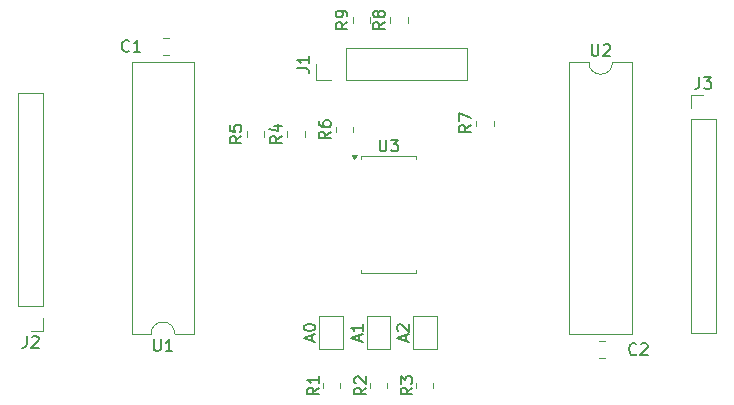
<source format=gbr>
%TF.GenerationSoftware,KiCad,Pcbnew,8.0.4*%
%TF.CreationDate,2024-10-03T18:10:01-05:00*%
%TF.ProjectId,Haptics PWM module,48617074-6963-4732-9050-574d206d6f64,rev?*%
%TF.SameCoordinates,Original*%
%TF.FileFunction,Legend,Top*%
%TF.FilePolarity,Positive*%
%FSLAX46Y46*%
G04 Gerber Fmt 4.6, Leading zero omitted, Abs format (unit mm)*
G04 Created by KiCad (PCBNEW 8.0.4) date 2024-10-03 18:10:01*
%MOMM*%
%LPD*%
G01*
G04 APERTURE LIST*
%ADD10C,0.150000*%
%ADD11C,0.120000*%
G04 APERTURE END LIST*
D10*
X97943275Y-64709333D02*
X97467084Y-65042666D01*
X97943275Y-65280761D02*
X96943275Y-65280761D01*
X96943275Y-65280761D02*
X96943275Y-64899809D01*
X96943275Y-64899809D02*
X96990894Y-64804571D01*
X96990894Y-64804571D02*
X97038513Y-64756952D01*
X97038513Y-64756952D02*
X97133751Y-64709333D01*
X97133751Y-64709333D02*
X97276608Y-64709333D01*
X97276608Y-64709333D02*
X97371846Y-64756952D01*
X97371846Y-64756952D02*
X97419465Y-64804571D01*
X97419465Y-64804571D02*
X97467084Y-64899809D01*
X97467084Y-64899809D02*
X97467084Y-65280761D01*
X96943275Y-63852190D02*
X96943275Y-64042666D01*
X96943275Y-64042666D02*
X96990894Y-64137904D01*
X96990894Y-64137904D02*
X97038513Y-64185523D01*
X97038513Y-64185523D02*
X97181370Y-64280761D01*
X97181370Y-64280761D02*
X97371846Y-64328380D01*
X97371846Y-64328380D02*
X97752798Y-64328380D01*
X97752798Y-64328380D02*
X97848036Y-64280761D01*
X97848036Y-64280761D02*
X97895656Y-64233142D01*
X97895656Y-64233142D02*
X97943275Y-64137904D01*
X97943275Y-64137904D02*
X97943275Y-63947428D01*
X97943275Y-63947428D02*
X97895656Y-63852190D01*
X97895656Y-63852190D02*
X97848036Y-63804571D01*
X97848036Y-63804571D02*
X97752798Y-63756952D01*
X97752798Y-63756952D02*
X97514703Y-63756952D01*
X97514703Y-63756952D02*
X97419465Y-63804571D01*
X97419465Y-63804571D02*
X97371846Y-63852190D01*
X97371846Y-63852190D02*
X97324227Y-63947428D01*
X97324227Y-63947428D02*
X97324227Y-64137904D01*
X97324227Y-64137904D02*
X97371846Y-64233142D01*
X97371846Y-64233142D02*
X97419465Y-64280761D01*
X97419465Y-64280761D02*
X97514703Y-64328380D01*
X90396595Y-65091029D02*
X89920404Y-65424362D01*
X90396595Y-65662457D02*
X89396595Y-65662457D01*
X89396595Y-65662457D02*
X89396595Y-65281505D01*
X89396595Y-65281505D02*
X89444214Y-65186267D01*
X89444214Y-65186267D02*
X89491833Y-65138648D01*
X89491833Y-65138648D02*
X89587071Y-65091029D01*
X89587071Y-65091029D02*
X89729928Y-65091029D01*
X89729928Y-65091029D02*
X89825166Y-65138648D01*
X89825166Y-65138648D02*
X89872785Y-65186267D01*
X89872785Y-65186267D02*
X89920404Y-65281505D01*
X89920404Y-65281505D02*
X89920404Y-65662457D01*
X89396595Y-64186267D02*
X89396595Y-64662457D01*
X89396595Y-64662457D02*
X89872785Y-64710076D01*
X89872785Y-64710076D02*
X89825166Y-64662457D01*
X89825166Y-64662457D02*
X89777547Y-64567219D01*
X89777547Y-64567219D02*
X89777547Y-64329124D01*
X89777547Y-64329124D02*
X89825166Y-64233886D01*
X89825166Y-64233886D02*
X89872785Y-64186267D01*
X89872785Y-64186267D02*
X89968023Y-64138648D01*
X89968023Y-64138648D02*
X90206118Y-64138648D01*
X90206118Y-64138648D02*
X90301356Y-64186267D01*
X90301356Y-64186267D02*
X90348976Y-64233886D01*
X90348976Y-64233886D02*
X90396595Y-64329124D01*
X90396595Y-64329124D02*
X90396595Y-64567219D01*
X90396595Y-64567219D02*
X90348976Y-64662457D01*
X90348976Y-64662457D02*
X90301356Y-64710076D01*
X93804819Y-65079166D02*
X93328628Y-65412499D01*
X93804819Y-65650594D02*
X92804819Y-65650594D01*
X92804819Y-65650594D02*
X92804819Y-65269642D01*
X92804819Y-65269642D02*
X92852438Y-65174404D01*
X92852438Y-65174404D02*
X92900057Y-65126785D01*
X92900057Y-65126785D02*
X92995295Y-65079166D01*
X92995295Y-65079166D02*
X93138152Y-65079166D01*
X93138152Y-65079166D02*
X93233390Y-65126785D01*
X93233390Y-65126785D02*
X93281009Y-65174404D01*
X93281009Y-65174404D02*
X93328628Y-65269642D01*
X93328628Y-65269642D02*
X93328628Y-65650594D01*
X93138152Y-64222023D02*
X93804819Y-64222023D01*
X92757200Y-64460118D02*
X93471485Y-64698213D01*
X93471485Y-64698213D02*
X93471485Y-64079166D01*
X102100595Y-65379819D02*
X102100595Y-66189342D01*
X102100595Y-66189342D02*
X102148214Y-66284580D01*
X102148214Y-66284580D02*
X102195833Y-66332200D01*
X102195833Y-66332200D02*
X102291071Y-66379819D01*
X102291071Y-66379819D02*
X102481547Y-66379819D01*
X102481547Y-66379819D02*
X102576785Y-66332200D01*
X102576785Y-66332200D02*
X102624404Y-66284580D01*
X102624404Y-66284580D02*
X102672023Y-66189342D01*
X102672023Y-66189342D02*
X102672023Y-65379819D01*
X103052976Y-65379819D02*
X103672023Y-65379819D01*
X103672023Y-65379819D02*
X103338690Y-65760771D01*
X103338690Y-65760771D02*
X103481547Y-65760771D01*
X103481547Y-65760771D02*
X103576785Y-65808390D01*
X103576785Y-65808390D02*
X103624404Y-65856009D01*
X103624404Y-65856009D02*
X103672023Y-65951247D01*
X103672023Y-65951247D02*
X103672023Y-66189342D01*
X103672023Y-66189342D02*
X103624404Y-66284580D01*
X103624404Y-66284580D02*
X103576785Y-66332200D01*
X103576785Y-66332200D02*
X103481547Y-66379819D01*
X103481547Y-66379819D02*
X103195833Y-66379819D01*
X103195833Y-66379819D02*
X103100595Y-66332200D01*
X103100595Y-66332200D02*
X103052976Y-66284580D01*
X120048095Y-57304819D02*
X120048095Y-58114342D01*
X120048095Y-58114342D02*
X120095714Y-58209580D01*
X120095714Y-58209580D02*
X120143333Y-58257200D01*
X120143333Y-58257200D02*
X120238571Y-58304819D01*
X120238571Y-58304819D02*
X120429047Y-58304819D01*
X120429047Y-58304819D02*
X120524285Y-58257200D01*
X120524285Y-58257200D02*
X120571904Y-58209580D01*
X120571904Y-58209580D02*
X120619523Y-58114342D01*
X120619523Y-58114342D02*
X120619523Y-57304819D01*
X121048095Y-57400057D02*
X121095714Y-57352438D01*
X121095714Y-57352438D02*
X121190952Y-57304819D01*
X121190952Y-57304819D02*
X121429047Y-57304819D01*
X121429047Y-57304819D02*
X121524285Y-57352438D01*
X121524285Y-57352438D02*
X121571904Y-57400057D01*
X121571904Y-57400057D02*
X121619523Y-57495295D01*
X121619523Y-57495295D02*
X121619523Y-57590533D01*
X121619523Y-57590533D02*
X121571904Y-57733390D01*
X121571904Y-57733390D02*
X121000476Y-58304819D01*
X121000476Y-58304819D02*
X121619523Y-58304819D01*
X82978095Y-82284819D02*
X82978095Y-83094342D01*
X82978095Y-83094342D02*
X83025714Y-83189580D01*
X83025714Y-83189580D02*
X83073333Y-83237200D01*
X83073333Y-83237200D02*
X83168571Y-83284819D01*
X83168571Y-83284819D02*
X83359047Y-83284819D01*
X83359047Y-83284819D02*
X83454285Y-83237200D01*
X83454285Y-83237200D02*
X83501904Y-83189580D01*
X83501904Y-83189580D02*
X83549523Y-83094342D01*
X83549523Y-83094342D02*
X83549523Y-82284819D01*
X84549523Y-83284819D02*
X83978095Y-83284819D01*
X84263809Y-83284819D02*
X84263809Y-82284819D01*
X84263809Y-82284819D02*
X84168571Y-82427676D01*
X84168571Y-82427676D02*
X84073333Y-82522914D01*
X84073333Y-82522914D02*
X83978095Y-82570533D01*
X99362575Y-55425911D02*
X98886384Y-55759244D01*
X99362575Y-55997339D02*
X98362575Y-55997339D01*
X98362575Y-55997339D02*
X98362575Y-55616387D01*
X98362575Y-55616387D02*
X98410194Y-55521149D01*
X98410194Y-55521149D02*
X98457813Y-55473530D01*
X98457813Y-55473530D02*
X98553051Y-55425911D01*
X98553051Y-55425911D02*
X98695908Y-55425911D01*
X98695908Y-55425911D02*
X98791146Y-55473530D01*
X98791146Y-55473530D02*
X98838765Y-55521149D01*
X98838765Y-55521149D02*
X98886384Y-55616387D01*
X98886384Y-55616387D02*
X98886384Y-55997339D01*
X99362575Y-54949720D02*
X99362575Y-54759244D01*
X99362575Y-54759244D02*
X99314956Y-54664006D01*
X99314956Y-54664006D02*
X99267336Y-54616387D01*
X99267336Y-54616387D02*
X99124479Y-54521149D01*
X99124479Y-54521149D02*
X98934003Y-54473530D01*
X98934003Y-54473530D02*
X98553051Y-54473530D01*
X98553051Y-54473530D02*
X98457813Y-54521149D01*
X98457813Y-54521149D02*
X98410194Y-54568768D01*
X98410194Y-54568768D02*
X98362575Y-54664006D01*
X98362575Y-54664006D02*
X98362575Y-54854482D01*
X98362575Y-54854482D02*
X98410194Y-54949720D01*
X98410194Y-54949720D02*
X98457813Y-54997339D01*
X98457813Y-54997339D02*
X98553051Y-55044958D01*
X98553051Y-55044958D02*
X98791146Y-55044958D01*
X98791146Y-55044958D02*
X98886384Y-54997339D01*
X98886384Y-54997339D02*
X98934003Y-54949720D01*
X98934003Y-54949720D02*
X98981622Y-54854482D01*
X98981622Y-54854482D02*
X98981622Y-54664006D01*
X98981622Y-54664006D02*
X98934003Y-54568768D01*
X98934003Y-54568768D02*
X98886384Y-54521149D01*
X98886384Y-54521149D02*
X98791146Y-54473530D01*
X102545075Y-55425911D02*
X102068884Y-55759244D01*
X102545075Y-55997339D02*
X101545075Y-55997339D01*
X101545075Y-55997339D02*
X101545075Y-55616387D01*
X101545075Y-55616387D02*
X101592694Y-55521149D01*
X101592694Y-55521149D02*
X101640313Y-55473530D01*
X101640313Y-55473530D02*
X101735551Y-55425911D01*
X101735551Y-55425911D02*
X101878408Y-55425911D01*
X101878408Y-55425911D02*
X101973646Y-55473530D01*
X101973646Y-55473530D02*
X102021265Y-55521149D01*
X102021265Y-55521149D02*
X102068884Y-55616387D01*
X102068884Y-55616387D02*
X102068884Y-55997339D01*
X101973646Y-54854482D02*
X101926027Y-54949720D01*
X101926027Y-54949720D02*
X101878408Y-54997339D01*
X101878408Y-54997339D02*
X101783170Y-55044958D01*
X101783170Y-55044958D02*
X101735551Y-55044958D01*
X101735551Y-55044958D02*
X101640313Y-54997339D01*
X101640313Y-54997339D02*
X101592694Y-54949720D01*
X101592694Y-54949720D02*
X101545075Y-54854482D01*
X101545075Y-54854482D02*
X101545075Y-54664006D01*
X101545075Y-54664006D02*
X101592694Y-54568768D01*
X101592694Y-54568768D02*
X101640313Y-54521149D01*
X101640313Y-54521149D02*
X101735551Y-54473530D01*
X101735551Y-54473530D02*
X101783170Y-54473530D01*
X101783170Y-54473530D02*
X101878408Y-54521149D01*
X101878408Y-54521149D02*
X101926027Y-54568768D01*
X101926027Y-54568768D02*
X101973646Y-54664006D01*
X101973646Y-54664006D02*
X101973646Y-54854482D01*
X101973646Y-54854482D02*
X102021265Y-54949720D01*
X102021265Y-54949720D02*
X102068884Y-54997339D01*
X102068884Y-54997339D02*
X102164122Y-55044958D01*
X102164122Y-55044958D02*
X102354598Y-55044958D01*
X102354598Y-55044958D02*
X102449836Y-54997339D01*
X102449836Y-54997339D02*
X102497456Y-54949720D01*
X102497456Y-54949720D02*
X102545075Y-54854482D01*
X102545075Y-54854482D02*
X102545075Y-54664006D01*
X102545075Y-54664006D02*
X102497456Y-54568768D01*
X102497456Y-54568768D02*
X102449836Y-54521149D01*
X102449836Y-54521149D02*
X102354598Y-54473530D01*
X102354598Y-54473530D02*
X102164122Y-54473530D01*
X102164122Y-54473530D02*
X102068884Y-54521149D01*
X102068884Y-54521149D02*
X102021265Y-54568768D01*
X102021265Y-54568768D02*
X101973646Y-54664006D01*
X109804819Y-64166666D02*
X109328628Y-64499999D01*
X109804819Y-64738094D02*
X108804819Y-64738094D01*
X108804819Y-64738094D02*
X108804819Y-64357142D01*
X108804819Y-64357142D02*
X108852438Y-64261904D01*
X108852438Y-64261904D02*
X108900057Y-64214285D01*
X108900057Y-64214285D02*
X108995295Y-64166666D01*
X108995295Y-64166666D02*
X109138152Y-64166666D01*
X109138152Y-64166666D02*
X109233390Y-64214285D01*
X109233390Y-64214285D02*
X109281009Y-64261904D01*
X109281009Y-64261904D02*
X109328628Y-64357142D01*
X109328628Y-64357142D02*
X109328628Y-64738094D01*
X108804819Y-63833332D02*
X108804819Y-63166666D01*
X108804819Y-63166666D02*
X109804819Y-63595237D01*
X104871955Y-86393739D02*
X104395764Y-86727072D01*
X104871955Y-86965167D02*
X103871955Y-86965167D01*
X103871955Y-86965167D02*
X103871955Y-86584215D01*
X103871955Y-86584215D02*
X103919574Y-86488977D01*
X103919574Y-86488977D02*
X103967193Y-86441358D01*
X103967193Y-86441358D02*
X104062431Y-86393739D01*
X104062431Y-86393739D02*
X104205288Y-86393739D01*
X104205288Y-86393739D02*
X104300526Y-86441358D01*
X104300526Y-86441358D02*
X104348145Y-86488977D01*
X104348145Y-86488977D02*
X104395764Y-86584215D01*
X104395764Y-86584215D02*
X104395764Y-86965167D01*
X103871955Y-86060405D02*
X103871955Y-85441358D01*
X103871955Y-85441358D02*
X104252907Y-85774691D01*
X104252907Y-85774691D02*
X104252907Y-85631834D01*
X104252907Y-85631834D02*
X104300526Y-85536596D01*
X104300526Y-85536596D02*
X104348145Y-85488977D01*
X104348145Y-85488977D02*
X104443383Y-85441358D01*
X104443383Y-85441358D02*
X104681478Y-85441358D01*
X104681478Y-85441358D02*
X104776716Y-85488977D01*
X104776716Y-85488977D02*
X104824336Y-85536596D01*
X104824336Y-85536596D02*
X104871955Y-85631834D01*
X104871955Y-85631834D02*
X104871955Y-85917548D01*
X104871955Y-85917548D02*
X104824336Y-86012786D01*
X104824336Y-86012786D02*
X104776716Y-86060405D01*
X100954819Y-86391666D02*
X100478628Y-86724999D01*
X100954819Y-86963094D02*
X99954819Y-86963094D01*
X99954819Y-86963094D02*
X99954819Y-86582142D01*
X99954819Y-86582142D02*
X100002438Y-86486904D01*
X100002438Y-86486904D02*
X100050057Y-86439285D01*
X100050057Y-86439285D02*
X100145295Y-86391666D01*
X100145295Y-86391666D02*
X100288152Y-86391666D01*
X100288152Y-86391666D02*
X100383390Y-86439285D01*
X100383390Y-86439285D02*
X100431009Y-86486904D01*
X100431009Y-86486904D02*
X100478628Y-86582142D01*
X100478628Y-86582142D02*
X100478628Y-86963094D01*
X100050057Y-86010713D02*
X100002438Y-85963094D01*
X100002438Y-85963094D02*
X99954819Y-85867856D01*
X99954819Y-85867856D02*
X99954819Y-85629761D01*
X99954819Y-85629761D02*
X100002438Y-85534523D01*
X100002438Y-85534523D02*
X100050057Y-85486904D01*
X100050057Y-85486904D02*
X100145295Y-85439285D01*
X100145295Y-85439285D02*
X100240533Y-85439285D01*
X100240533Y-85439285D02*
X100383390Y-85486904D01*
X100383390Y-85486904D02*
X100954819Y-86058332D01*
X100954819Y-86058332D02*
X100954819Y-85439285D01*
X96954819Y-86391666D02*
X96478628Y-86724999D01*
X96954819Y-86963094D02*
X95954819Y-86963094D01*
X95954819Y-86963094D02*
X95954819Y-86582142D01*
X95954819Y-86582142D02*
X96002438Y-86486904D01*
X96002438Y-86486904D02*
X96050057Y-86439285D01*
X96050057Y-86439285D02*
X96145295Y-86391666D01*
X96145295Y-86391666D02*
X96288152Y-86391666D01*
X96288152Y-86391666D02*
X96383390Y-86439285D01*
X96383390Y-86439285D02*
X96431009Y-86486904D01*
X96431009Y-86486904D02*
X96478628Y-86582142D01*
X96478628Y-86582142D02*
X96478628Y-86963094D01*
X96954819Y-85439285D02*
X96954819Y-86010713D01*
X96954819Y-85724999D02*
X95954819Y-85724999D01*
X95954819Y-85724999D02*
X96097676Y-85820237D01*
X96097676Y-85820237D02*
X96192914Y-85915475D01*
X96192914Y-85915475D02*
X96240533Y-86010713D01*
X129166666Y-60074819D02*
X129166666Y-60789104D01*
X129166666Y-60789104D02*
X129119047Y-60931961D01*
X129119047Y-60931961D02*
X129023809Y-61027200D01*
X129023809Y-61027200D02*
X128880952Y-61074819D01*
X128880952Y-61074819D02*
X128785714Y-61074819D01*
X129547619Y-60074819D02*
X130166666Y-60074819D01*
X130166666Y-60074819D02*
X129833333Y-60455771D01*
X129833333Y-60455771D02*
X129976190Y-60455771D01*
X129976190Y-60455771D02*
X130071428Y-60503390D01*
X130071428Y-60503390D02*
X130119047Y-60551009D01*
X130119047Y-60551009D02*
X130166666Y-60646247D01*
X130166666Y-60646247D02*
X130166666Y-60884342D01*
X130166666Y-60884342D02*
X130119047Y-60979580D01*
X130119047Y-60979580D02*
X130071428Y-61027200D01*
X130071428Y-61027200D02*
X129976190Y-61074819D01*
X129976190Y-61074819D02*
X129690476Y-61074819D01*
X129690476Y-61074819D02*
X129595238Y-61027200D01*
X129595238Y-61027200D02*
X129547619Y-60979580D01*
X72216666Y-82014819D02*
X72216666Y-82729104D01*
X72216666Y-82729104D02*
X72169047Y-82871961D01*
X72169047Y-82871961D02*
X72073809Y-82967200D01*
X72073809Y-82967200D02*
X71930952Y-83014819D01*
X71930952Y-83014819D02*
X71835714Y-83014819D01*
X72645238Y-82110057D02*
X72692857Y-82062438D01*
X72692857Y-82062438D02*
X72788095Y-82014819D01*
X72788095Y-82014819D02*
X73026190Y-82014819D01*
X73026190Y-82014819D02*
X73121428Y-82062438D01*
X73121428Y-82062438D02*
X73169047Y-82110057D01*
X73169047Y-82110057D02*
X73216666Y-82205295D01*
X73216666Y-82205295D02*
X73216666Y-82300533D01*
X73216666Y-82300533D02*
X73169047Y-82443390D01*
X73169047Y-82443390D02*
X72597619Y-83014819D01*
X72597619Y-83014819D02*
X73216666Y-83014819D01*
X95124819Y-59333333D02*
X95839104Y-59333333D01*
X95839104Y-59333333D02*
X95981961Y-59380952D01*
X95981961Y-59380952D02*
X96077200Y-59476190D01*
X96077200Y-59476190D02*
X96124819Y-59619047D01*
X96124819Y-59619047D02*
X96124819Y-59714285D01*
X96124819Y-58333333D02*
X96124819Y-58904761D01*
X96124819Y-58619047D02*
X95124819Y-58619047D01*
X95124819Y-58619047D02*
X95267676Y-58714285D01*
X95267676Y-58714285D02*
X95362914Y-58809523D01*
X95362914Y-58809523D02*
X95410533Y-58904761D01*
X123833333Y-83539580D02*
X123785714Y-83587200D01*
X123785714Y-83587200D02*
X123642857Y-83634819D01*
X123642857Y-83634819D02*
X123547619Y-83634819D01*
X123547619Y-83634819D02*
X123404762Y-83587200D01*
X123404762Y-83587200D02*
X123309524Y-83491961D01*
X123309524Y-83491961D02*
X123261905Y-83396723D01*
X123261905Y-83396723D02*
X123214286Y-83206247D01*
X123214286Y-83206247D02*
X123214286Y-83063390D01*
X123214286Y-83063390D02*
X123261905Y-82872914D01*
X123261905Y-82872914D02*
X123309524Y-82777676D01*
X123309524Y-82777676D02*
X123404762Y-82682438D01*
X123404762Y-82682438D02*
X123547619Y-82634819D01*
X123547619Y-82634819D02*
X123642857Y-82634819D01*
X123642857Y-82634819D02*
X123785714Y-82682438D01*
X123785714Y-82682438D02*
X123833333Y-82730057D01*
X124214286Y-82730057D02*
X124261905Y-82682438D01*
X124261905Y-82682438D02*
X124357143Y-82634819D01*
X124357143Y-82634819D02*
X124595238Y-82634819D01*
X124595238Y-82634819D02*
X124690476Y-82682438D01*
X124690476Y-82682438D02*
X124738095Y-82730057D01*
X124738095Y-82730057D02*
X124785714Y-82825295D01*
X124785714Y-82825295D02*
X124785714Y-82920533D01*
X124785714Y-82920533D02*
X124738095Y-83063390D01*
X124738095Y-83063390D02*
X124166667Y-83634819D01*
X124166667Y-83634819D02*
X124785714Y-83634819D01*
X80883333Y-57859580D02*
X80835714Y-57907200D01*
X80835714Y-57907200D02*
X80692857Y-57954819D01*
X80692857Y-57954819D02*
X80597619Y-57954819D01*
X80597619Y-57954819D02*
X80454762Y-57907200D01*
X80454762Y-57907200D02*
X80359524Y-57811961D01*
X80359524Y-57811961D02*
X80311905Y-57716723D01*
X80311905Y-57716723D02*
X80264286Y-57526247D01*
X80264286Y-57526247D02*
X80264286Y-57383390D01*
X80264286Y-57383390D02*
X80311905Y-57192914D01*
X80311905Y-57192914D02*
X80359524Y-57097676D01*
X80359524Y-57097676D02*
X80454762Y-57002438D01*
X80454762Y-57002438D02*
X80597619Y-56954819D01*
X80597619Y-56954819D02*
X80692857Y-56954819D01*
X80692857Y-56954819D02*
X80835714Y-57002438D01*
X80835714Y-57002438D02*
X80883333Y-57050057D01*
X81835714Y-57954819D02*
X81264286Y-57954819D01*
X81550000Y-57954819D02*
X81550000Y-56954819D01*
X81550000Y-56954819D02*
X81454762Y-57097676D01*
X81454762Y-57097676D02*
X81359524Y-57192914D01*
X81359524Y-57192914D02*
X81264286Y-57240533D01*
X96369104Y-82439285D02*
X96369104Y-81963095D01*
X96654819Y-82534523D02*
X95654819Y-82201190D01*
X95654819Y-82201190D02*
X96654819Y-81867857D01*
X95654819Y-81344047D02*
X95654819Y-81248809D01*
X95654819Y-81248809D02*
X95702438Y-81153571D01*
X95702438Y-81153571D02*
X95750057Y-81105952D01*
X95750057Y-81105952D02*
X95845295Y-81058333D01*
X95845295Y-81058333D02*
X96035771Y-81010714D01*
X96035771Y-81010714D02*
X96273866Y-81010714D01*
X96273866Y-81010714D02*
X96464342Y-81058333D01*
X96464342Y-81058333D02*
X96559580Y-81105952D01*
X96559580Y-81105952D02*
X96607200Y-81153571D01*
X96607200Y-81153571D02*
X96654819Y-81248809D01*
X96654819Y-81248809D02*
X96654819Y-81344047D01*
X96654819Y-81344047D02*
X96607200Y-81439285D01*
X96607200Y-81439285D02*
X96559580Y-81486904D01*
X96559580Y-81486904D02*
X96464342Y-81534523D01*
X96464342Y-81534523D02*
X96273866Y-81582142D01*
X96273866Y-81582142D02*
X96035771Y-81582142D01*
X96035771Y-81582142D02*
X95845295Y-81534523D01*
X95845295Y-81534523D02*
X95750057Y-81486904D01*
X95750057Y-81486904D02*
X95702438Y-81439285D01*
X95702438Y-81439285D02*
X95654819Y-81344047D01*
X100369104Y-82439285D02*
X100369104Y-81963095D01*
X100654819Y-82534523D02*
X99654819Y-82201190D01*
X99654819Y-82201190D02*
X100654819Y-81867857D01*
X100654819Y-81010714D02*
X100654819Y-81582142D01*
X100654819Y-81296428D02*
X99654819Y-81296428D01*
X99654819Y-81296428D02*
X99797676Y-81391666D01*
X99797676Y-81391666D02*
X99892914Y-81486904D01*
X99892914Y-81486904D02*
X99940533Y-81582142D01*
X104286240Y-82456727D02*
X104286240Y-81980537D01*
X104571955Y-82551965D02*
X103571955Y-82218632D01*
X103571955Y-82218632D02*
X104571955Y-81885299D01*
X103667193Y-81599584D02*
X103619574Y-81551965D01*
X103619574Y-81551965D02*
X103571955Y-81456727D01*
X103571955Y-81456727D02*
X103571955Y-81218632D01*
X103571955Y-81218632D02*
X103619574Y-81123394D01*
X103619574Y-81123394D02*
X103667193Y-81075775D01*
X103667193Y-81075775D02*
X103762431Y-81028156D01*
X103762431Y-81028156D02*
X103857669Y-81028156D01*
X103857669Y-81028156D02*
X104000526Y-81075775D01*
X104000526Y-81075775D02*
X104571955Y-81647203D01*
X104571955Y-81647203D02*
X104571955Y-81028156D01*
D11*
%TO.C,R6*%
X98403456Y-64769731D02*
X98403456Y-64315603D01*
X99873456Y-64769731D02*
X99873456Y-64315603D01*
%TO.C,R5*%
X92326776Y-65151427D02*
X92326776Y-64697299D01*
X90856776Y-65151427D02*
X90856776Y-64697299D01*
%TO.C,R4*%
X95735000Y-65139564D02*
X95735000Y-64685436D01*
X94265000Y-65139564D02*
X94265000Y-64685436D01*
%TO.C,U3*%
X100552500Y-66765000D02*
X100552500Y-67040000D01*
X100552500Y-76685000D02*
X100552500Y-76410000D01*
X102862500Y-66765000D02*
X100552500Y-66765000D01*
X102862500Y-66765000D02*
X105172500Y-66765000D01*
X102862500Y-76685000D02*
X100552500Y-76685000D01*
X102862500Y-76685000D02*
X105172500Y-76685000D01*
X105172500Y-66765000D02*
X105172500Y-67040000D01*
X105172500Y-76685000D02*
X105172500Y-76410000D01*
X99962500Y-67040000D02*
X99722500Y-66710000D01*
X100202500Y-66710000D01*
X99962500Y-67040000D01*
G36*
X99962500Y-67040000D02*
G01*
X99722500Y-66710000D01*
X100202500Y-66710000D01*
X99962500Y-67040000D01*
G37*
%TO.C,U2*%
X121810000Y-58850000D02*
G75*
G02*
X119810000Y-58850000I-1000000J0D01*
G01*
X123460000Y-81830000D02*
X123460000Y-58850000D01*
X123460000Y-58850000D02*
X121810000Y-58850000D01*
X119810000Y-58850000D02*
X118160000Y-58850000D01*
X118160000Y-81830000D02*
X123460000Y-81830000D01*
X118160000Y-58850000D02*
X118160000Y-81830000D01*
%TO.C,U1*%
X82740000Y-81830000D02*
G75*
G02*
X84740000Y-81830000I1000000J0D01*
G01*
X81090000Y-58850000D02*
X81090000Y-81830000D01*
X81090000Y-81830000D02*
X82740000Y-81830000D01*
X84740000Y-81830000D02*
X86390000Y-81830000D01*
X86390000Y-58850000D02*
X81090000Y-58850000D01*
X86390000Y-81830000D02*
X86390000Y-58850000D01*
%TO.C,R9*%
X101275790Y-55040368D02*
X101275790Y-55494496D01*
X99805790Y-55040368D02*
X99805790Y-55494496D01*
%TO.C,R8*%
X104458290Y-55040368D02*
X104458290Y-55494496D01*
X102988290Y-55040368D02*
X102988290Y-55494496D01*
%TO.C,R7*%
X110265000Y-64227064D02*
X110265000Y-63772936D01*
X111735000Y-64227064D02*
X111735000Y-63772936D01*
%TO.C,R3*%
X106652136Y-86000009D02*
X106652136Y-86454137D01*
X105182136Y-86000009D02*
X105182136Y-86454137D01*
%TO.C,R2*%
X101265000Y-85997936D02*
X101265000Y-86452064D01*
X102735000Y-85997936D02*
X102735000Y-86452064D01*
%TO.C,R1*%
X98735000Y-85997936D02*
X98735000Y-86452064D01*
X97265000Y-85997936D02*
X97265000Y-86452064D01*
%TO.C,J3*%
X130560000Y-63680000D02*
X130560000Y-81740000D01*
X128440000Y-81740000D02*
X130560000Y-81740000D01*
X128440000Y-63680000D02*
X130560000Y-63680000D01*
X128440000Y-63680000D02*
X128440000Y-81740000D01*
X128440000Y-62680000D02*
X128440000Y-61620000D01*
X128440000Y-61620000D02*
X129500000Y-61620000D01*
%TO.C,J2*%
X73610000Y-81560000D02*
X72550000Y-81560000D01*
X73610000Y-80500000D02*
X73610000Y-81560000D01*
X73610000Y-79500000D02*
X73610000Y-61440000D01*
X73610000Y-79500000D02*
X71490000Y-79500000D01*
X73610000Y-61440000D02*
X71490000Y-61440000D01*
X71490000Y-79500000D02*
X71490000Y-61440000D01*
%TO.C,J1*%
X99270000Y-57670000D02*
X109490000Y-57670000D01*
X109490000Y-60330000D02*
X109490000Y-57670000D01*
X99270000Y-60330000D02*
X99270000Y-57670000D01*
X99270000Y-60330000D02*
X109490000Y-60330000D01*
X98000000Y-60330000D02*
X96670000Y-60330000D01*
X96670000Y-60330000D02*
X96670000Y-59000000D01*
%TO.C,C2*%
X120688748Y-82445000D02*
X121211252Y-82445000D01*
X120688748Y-83915000D02*
X121211252Y-83915000D01*
%TO.C,C1*%
X84261252Y-56765000D02*
X83738748Y-56765000D01*
X84261252Y-58235000D02*
X83738748Y-58235000D01*
%TO.C,A0*%
X97000000Y-83125000D02*
X97000000Y-80325000D01*
X99000000Y-83125000D02*
X97000000Y-83125000D01*
X97000000Y-80325000D02*
X99000000Y-80325000D01*
X99000000Y-80325000D02*
X99000000Y-83125000D01*
%TO.C,A1*%
X101000000Y-83125000D02*
X101000000Y-80325000D01*
X103000000Y-83125000D02*
X101000000Y-83125000D01*
X101000000Y-80325000D02*
X103000000Y-80325000D01*
X103000000Y-80325000D02*
X103000000Y-83125000D01*
%TO.C,A2*%
X104917136Y-83142442D02*
X104917136Y-80342442D01*
X106917136Y-83142442D02*
X104917136Y-83142442D01*
X104917136Y-80342442D02*
X106917136Y-80342442D01*
X106917136Y-80342442D02*
X106917136Y-83142442D01*
%TD*%
M02*

</source>
